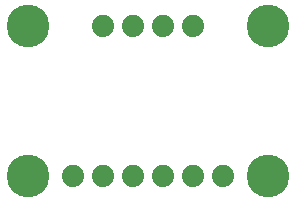
<source format=gbr>
G04 EAGLE Gerber RS-274X export*
G75*
%MOMM*%
%FSLAX34Y34*%
%LPD*%
%INSoldermask Bottom*%
%IPPOS*%
%AMOC8*
5,1,8,0,0,1.08239X$1,22.5*%
G01*
%ADD10C,3.617600*%
%ADD11C,1.879600*%


D10*
X25400Y152400D03*
X228600Y152400D03*
X25400Y25400D03*
X228600Y25400D03*
D11*
X88900Y152400D03*
X114300Y152400D03*
X139700Y152400D03*
X165100Y152400D03*
X190500Y25400D03*
X165100Y25400D03*
X139700Y25400D03*
X114300Y25400D03*
X88900Y25400D03*
X63500Y25400D03*
M02*

</source>
